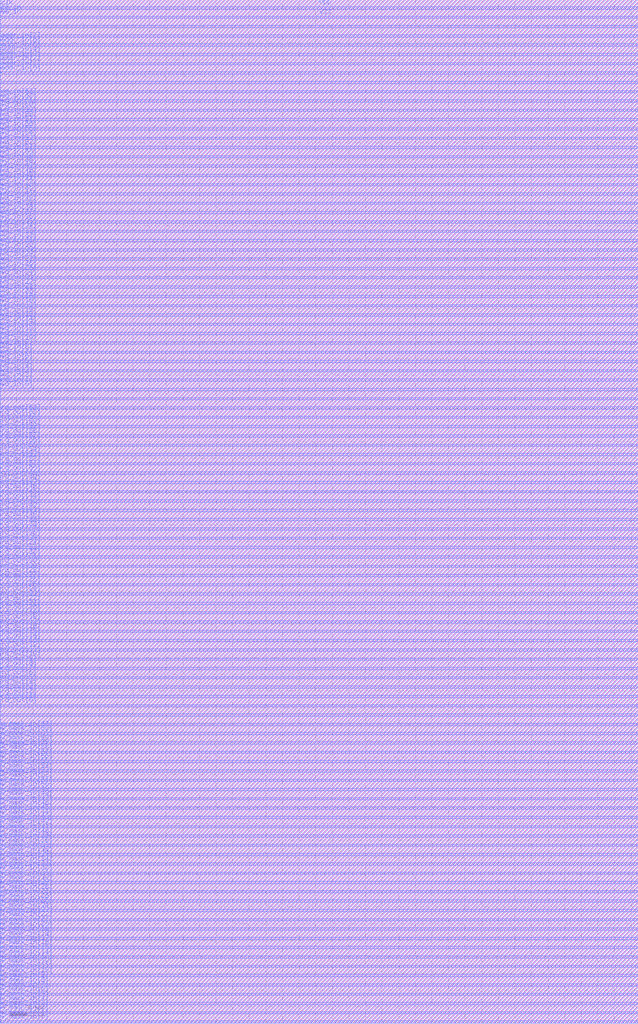
<source format=lef>
# Generated by FakeRAM 2.0
VERSION 5.7 ;
BUSBITCHARS "[]" ;
PROPERTYDEFINITIONS
  MACRO width INTEGER ;
  MACRO depth INTEGER ;
  MACRO banks INTEGER ;
END PROPERTYDEFINITIONS
MACRO fakeram45_256x64
  PROPERTY width 64 ;
  PROPERTY depth 256 ;
  PROPERTY banks 2 ;
  FOREIGN fakeram45_256x64 0 0 ;
  SYMMETRY X Y R90 ;
  SIZE 76.860 BY 123.200 ;
  CLASS BLOCK ;
  PIN w_mask_in[0]
    DIRECTION INPUT ;
    USE SIGNAL ;
    SHAPE ABUTMENT ;
    PORT
      LAYER metal3 ;
      RECT 0.000 0.140 0.070 0.210 ;
    END
  END w_mask_in[0]
  PIN w_mask_in[1]
    DIRECTION INPUT ;
    USE SIGNAL ;
    SHAPE ABUTMENT ;
    PORT
      LAYER metal3 ;
      RECT 0.000 0.700 0.070 0.770 ;
    END
  END w_mask_in[1]
  PIN w_mask_in[2]
    DIRECTION INPUT ;
    USE SIGNAL ;
    SHAPE ABUTMENT ;
    PORT
      LAYER metal3 ;
      RECT 0.000 1.260 0.070 1.330 ;
    END
  END w_mask_in[2]
  PIN w_mask_in[3]
    DIRECTION INPUT ;
    USE SIGNAL ;
    SHAPE ABUTMENT ;
    PORT
      LAYER metal3 ;
      RECT 0.000 1.820 0.070 1.890 ;
    END
  END w_mask_in[3]
  PIN w_mask_in[4]
    DIRECTION INPUT ;
    USE SIGNAL ;
    SHAPE ABUTMENT ;
    PORT
      LAYER metal3 ;
      RECT 0.000 2.380 0.070 2.450 ;
    END
  END w_mask_in[4]
  PIN w_mask_in[5]
    DIRECTION INPUT ;
    USE SIGNAL ;
    SHAPE ABUTMENT ;
    PORT
      LAYER metal3 ;
      RECT 0.000 2.940 0.070 3.010 ;
    END
  END w_mask_in[5]
  PIN w_mask_in[6]
    DIRECTION INPUT ;
    USE SIGNAL ;
    SHAPE ABUTMENT ;
    PORT
      LAYER metal3 ;
      RECT 0.000 3.500 0.070 3.570 ;
    END
  END w_mask_in[6]
  PIN w_mask_in[7]
    DIRECTION INPUT ;
    USE SIGNAL ;
    SHAPE ABUTMENT ;
    PORT
      LAYER metal3 ;
      RECT 0.000 4.060 0.070 4.130 ;
    END
  END w_mask_in[7]
  PIN w_mask_in[8]
    DIRECTION INPUT ;
    USE SIGNAL ;
    SHAPE ABUTMENT ;
    PORT
      LAYER metal3 ;
      RECT 0.000 4.620 0.070 4.690 ;
    END
  END w_mask_in[8]
  PIN w_mask_in[9]
    DIRECTION INPUT ;
    USE SIGNAL ;
    SHAPE ABUTMENT ;
    PORT
      LAYER metal3 ;
      RECT 0.000 5.180 0.070 5.250 ;
    END
  END w_mask_in[9]
  PIN w_mask_in[10]
    DIRECTION INPUT ;
    USE SIGNAL ;
    SHAPE ABUTMENT ;
    PORT
      LAYER metal3 ;
      RECT 0.000 5.740 0.070 5.810 ;
    END
  END w_mask_in[10]
  PIN w_mask_in[11]
    DIRECTION INPUT ;
    USE SIGNAL ;
    SHAPE ABUTMENT ;
    PORT
      LAYER metal3 ;
      RECT 0.000 6.300 0.070 6.370 ;
    END
  END w_mask_in[11]
  PIN w_mask_in[12]
    DIRECTION INPUT ;
    USE SIGNAL ;
    SHAPE ABUTMENT ;
    PORT
      LAYER metal3 ;
      RECT 0.000 6.860 0.070 6.930 ;
    END
  END w_mask_in[12]
  PIN w_mask_in[13]
    DIRECTION INPUT ;
    USE SIGNAL ;
    SHAPE ABUTMENT ;
    PORT
      LAYER metal3 ;
      RECT 0.000 7.420 0.070 7.490 ;
    END
  END w_mask_in[13]
  PIN w_mask_in[14]
    DIRECTION INPUT ;
    USE SIGNAL ;
    SHAPE ABUTMENT ;
    PORT
      LAYER metal3 ;
      RECT 0.000 7.980 0.070 8.050 ;
    END
  END w_mask_in[14]
  PIN w_mask_in[15]
    DIRECTION INPUT ;
    USE SIGNAL ;
    SHAPE ABUTMENT ;
    PORT
      LAYER metal3 ;
      RECT 0.000 8.540 0.070 8.610 ;
    END
  END w_mask_in[15]
  PIN w_mask_in[16]
    DIRECTION INPUT ;
    USE SIGNAL ;
    SHAPE ABUTMENT ;
    PORT
      LAYER metal3 ;
      RECT 0.000 9.100 0.070 9.170 ;
    END
  END w_mask_in[16]
  PIN w_mask_in[17]
    DIRECTION INPUT ;
    USE SIGNAL ;
    SHAPE ABUTMENT ;
    PORT
      LAYER metal3 ;
      RECT 0.000 9.660 0.070 9.730 ;
    END
  END w_mask_in[17]
  PIN w_mask_in[18]
    DIRECTION INPUT ;
    USE SIGNAL ;
    SHAPE ABUTMENT ;
    PORT
      LAYER metal3 ;
      RECT 0.000 10.220 0.070 10.290 ;
    END
  END w_mask_in[18]
  PIN w_mask_in[19]
    DIRECTION INPUT ;
    USE SIGNAL ;
    SHAPE ABUTMENT ;
    PORT
      LAYER metal3 ;
      RECT 0.000 10.780 0.070 10.850 ;
    END
  END w_mask_in[19]
  PIN w_mask_in[20]
    DIRECTION INPUT ;
    USE SIGNAL ;
    SHAPE ABUTMENT ;
    PORT
      LAYER metal3 ;
      RECT 0.000 11.340 0.070 11.410 ;
    END
  END w_mask_in[20]
  PIN w_mask_in[21]
    DIRECTION INPUT ;
    USE SIGNAL ;
    SHAPE ABUTMENT ;
    PORT
      LAYER metal3 ;
      RECT 0.000 11.900 0.070 11.970 ;
    END
  END w_mask_in[21]
  PIN w_mask_in[22]
    DIRECTION INPUT ;
    USE SIGNAL ;
    SHAPE ABUTMENT ;
    PORT
      LAYER metal3 ;
      RECT 0.000 12.460 0.070 12.530 ;
    END
  END w_mask_in[22]
  PIN w_mask_in[23]
    DIRECTION INPUT ;
    USE SIGNAL ;
    SHAPE ABUTMENT ;
    PORT
      LAYER metal3 ;
      RECT 0.000 13.020 0.070 13.090 ;
    END
  END w_mask_in[23]
  PIN w_mask_in[24]
    DIRECTION INPUT ;
    USE SIGNAL ;
    SHAPE ABUTMENT ;
    PORT
      LAYER metal3 ;
      RECT 0.000 13.580 0.070 13.650 ;
    END
  END w_mask_in[24]
  PIN w_mask_in[25]
    DIRECTION INPUT ;
    USE SIGNAL ;
    SHAPE ABUTMENT ;
    PORT
      LAYER metal3 ;
      RECT 0.000 14.140 0.070 14.210 ;
    END
  END w_mask_in[25]
  PIN w_mask_in[26]
    DIRECTION INPUT ;
    USE SIGNAL ;
    SHAPE ABUTMENT ;
    PORT
      LAYER metal3 ;
      RECT 0.000 14.700 0.070 14.770 ;
    END
  END w_mask_in[26]
  PIN w_mask_in[27]
    DIRECTION INPUT ;
    USE SIGNAL ;
    SHAPE ABUTMENT ;
    PORT
      LAYER metal3 ;
      RECT 0.000 15.260 0.070 15.330 ;
    END
  END w_mask_in[27]
  PIN w_mask_in[28]
    DIRECTION INPUT ;
    USE SIGNAL ;
    SHAPE ABUTMENT ;
    PORT
      LAYER metal3 ;
      RECT 0.000 15.820 0.070 15.890 ;
    END
  END w_mask_in[28]
  PIN w_mask_in[29]
    DIRECTION INPUT ;
    USE SIGNAL ;
    SHAPE ABUTMENT ;
    PORT
      LAYER metal3 ;
      RECT 0.000 16.380 0.070 16.450 ;
    END
  END w_mask_in[29]
  PIN w_mask_in[30]
    DIRECTION INPUT ;
    USE SIGNAL ;
    SHAPE ABUTMENT ;
    PORT
      LAYER metal3 ;
      RECT 0.000 16.940 0.070 17.010 ;
    END
  END w_mask_in[30]
  PIN w_mask_in[31]
    DIRECTION INPUT ;
    USE SIGNAL ;
    SHAPE ABUTMENT ;
    PORT
      LAYER metal3 ;
      RECT 0.000 17.500 0.070 17.570 ;
    END
  END w_mask_in[31]
  PIN w_mask_in[32]
    DIRECTION INPUT ;
    USE SIGNAL ;
    SHAPE ABUTMENT ;
    PORT
      LAYER metal3 ;
      RECT 0.000 18.060 0.070 18.130 ;
    END
  END w_mask_in[32]
  PIN w_mask_in[33]
    DIRECTION INPUT ;
    USE SIGNAL ;
    SHAPE ABUTMENT ;
    PORT
      LAYER metal3 ;
      RECT 0.000 18.620 0.070 18.690 ;
    END
  END w_mask_in[33]
  PIN w_mask_in[34]
    DIRECTION INPUT ;
    USE SIGNAL ;
    SHAPE ABUTMENT ;
    PORT
      LAYER metal3 ;
      RECT 0.000 19.180 0.070 19.250 ;
    END
  END w_mask_in[34]
  PIN w_mask_in[35]
    DIRECTION INPUT ;
    USE SIGNAL ;
    SHAPE ABUTMENT ;
    PORT
      LAYER metal3 ;
      RECT 0.000 19.740 0.070 19.810 ;
    END
  END w_mask_in[35]
  PIN w_mask_in[36]
    DIRECTION INPUT ;
    USE SIGNAL ;
    SHAPE ABUTMENT ;
    PORT
      LAYER metal3 ;
      RECT 0.000 20.300 0.070 20.370 ;
    END
  END w_mask_in[36]
  PIN w_mask_in[37]
    DIRECTION INPUT ;
    USE SIGNAL ;
    SHAPE ABUTMENT ;
    PORT
      LAYER metal3 ;
      RECT 0.000 20.860 0.070 20.930 ;
    END
  END w_mask_in[37]
  PIN w_mask_in[38]
    DIRECTION INPUT ;
    USE SIGNAL ;
    SHAPE ABUTMENT ;
    PORT
      LAYER metal3 ;
      RECT 0.000 21.420 0.070 21.490 ;
    END
  END w_mask_in[38]
  PIN w_mask_in[39]
    DIRECTION INPUT ;
    USE SIGNAL ;
    SHAPE ABUTMENT ;
    PORT
      LAYER metal3 ;
      RECT 0.000 21.980 0.070 22.050 ;
    END
  END w_mask_in[39]
  PIN w_mask_in[40]
    DIRECTION INPUT ;
    USE SIGNAL ;
    SHAPE ABUTMENT ;
    PORT
      LAYER metal3 ;
      RECT 0.000 22.540 0.070 22.610 ;
    END
  END w_mask_in[40]
  PIN w_mask_in[41]
    DIRECTION INPUT ;
    USE SIGNAL ;
    SHAPE ABUTMENT ;
    PORT
      LAYER metal3 ;
      RECT 0.000 23.100 0.070 23.170 ;
    END
  END w_mask_in[41]
  PIN w_mask_in[42]
    DIRECTION INPUT ;
    USE SIGNAL ;
    SHAPE ABUTMENT ;
    PORT
      LAYER metal3 ;
      RECT 0.000 23.660 0.070 23.730 ;
    END
  END w_mask_in[42]
  PIN w_mask_in[43]
    DIRECTION INPUT ;
    USE SIGNAL ;
    SHAPE ABUTMENT ;
    PORT
      LAYER metal3 ;
      RECT 0.000 24.220 0.070 24.290 ;
    END
  END w_mask_in[43]
  PIN w_mask_in[44]
    DIRECTION INPUT ;
    USE SIGNAL ;
    SHAPE ABUTMENT ;
    PORT
      LAYER metal3 ;
      RECT 0.000 24.780 0.070 24.850 ;
    END
  END w_mask_in[44]
  PIN w_mask_in[45]
    DIRECTION INPUT ;
    USE SIGNAL ;
    SHAPE ABUTMENT ;
    PORT
      LAYER metal3 ;
      RECT 0.000 25.340 0.070 25.410 ;
    END
  END w_mask_in[45]
  PIN w_mask_in[46]
    DIRECTION INPUT ;
    USE SIGNAL ;
    SHAPE ABUTMENT ;
    PORT
      LAYER metal3 ;
      RECT 0.000 25.900 0.070 25.970 ;
    END
  END w_mask_in[46]
  PIN w_mask_in[47]
    DIRECTION INPUT ;
    USE SIGNAL ;
    SHAPE ABUTMENT ;
    PORT
      LAYER metal3 ;
      RECT 0.000 26.460 0.070 26.530 ;
    END
  END w_mask_in[47]
  PIN w_mask_in[48]
    DIRECTION INPUT ;
    USE SIGNAL ;
    SHAPE ABUTMENT ;
    PORT
      LAYER metal3 ;
      RECT 0.000 27.020 0.070 27.090 ;
    END
  END w_mask_in[48]
  PIN w_mask_in[49]
    DIRECTION INPUT ;
    USE SIGNAL ;
    SHAPE ABUTMENT ;
    PORT
      LAYER metal3 ;
      RECT 0.000 27.580 0.070 27.650 ;
    END
  END w_mask_in[49]
  PIN w_mask_in[50]
    DIRECTION INPUT ;
    USE SIGNAL ;
    SHAPE ABUTMENT ;
    PORT
      LAYER metal3 ;
      RECT 0.000 28.140 0.070 28.210 ;
    END
  END w_mask_in[50]
  PIN w_mask_in[51]
    DIRECTION INPUT ;
    USE SIGNAL ;
    SHAPE ABUTMENT ;
    PORT
      LAYER metal3 ;
      RECT 0.000 28.700 0.070 28.770 ;
    END
  END w_mask_in[51]
  PIN w_mask_in[52]
    DIRECTION INPUT ;
    USE SIGNAL ;
    SHAPE ABUTMENT ;
    PORT
      LAYER metal3 ;
      RECT 0.000 29.260 0.070 29.330 ;
    END
  END w_mask_in[52]
  PIN w_mask_in[53]
    DIRECTION INPUT ;
    USE SIGNAL ;
    SHAPE ABUTMENT ;
    PORT
      LAYER metal3 ;
      RECT 0.000 29.820 0.070 29.890 ;
    END
  END w_mask_in[53]
  PIN w_mask_in[54]
    DIRECTION INPUT ;
    USE SIGNAL ;
    SHAPE ABUTMENT ;
    PORT
      LAYER metal3 ;
      RECT 0.000 30.380 0.070 30.450 ;
    END
  END w_mask_in[54]
  PIN w_mask_in[55]
    DIRECTION INPUT ;
    USE SIGNAL ;
    SHAPE ABUTMENT ;
    PORT
      LAYER metal3 ;
      RECT 0.000 30.940 0.070 31.010 ;
    END
  END w_mask_in[55]
  PIN w_mask_in[56]
    DIRECTION INPUT ;
    USE SIGNAL ;
    SHAPE ABUTMENT ;
    PORT
      LAYER metal3 ;
      RECT 0.000 31.500 0.070 31.570 ;
    END
  END w_mask_in[56]
  PIN w_mask_in[57]
    DIRECTION INPUT ;
    USE SIGNAL ;
    SHAPE ABUTMENT ;
    PORT
      LAYER metal3 ;
      RECT 0.000 32.060 0.070 32.130 ;
    END
  END w_mask_in[57]
  PIN w_mask_in[58]
    DIRECTION INPUT ;
    USE SIGNAL ;
    SHAPE ABUTMENT ;
    PORT
      LAYER metal3 ;
      RECT 0.000 32.620 0.070 32.690 ;
    END
  END w_mask_in[58]
  PIN w_mask_in[59]
    DIRECTION INPUT ;
    USE SIGNAL ;
    SHAPE ABUTMENT ;
    PORT
      LAYER metal3 ;
      RECT 0.000 33.180 0.070 33.250 ;
    END
  END w_mask_in[59]
  PIN w_mask_in[60]
    DIRECTION INPUT ;
    USE SIGNAL ;
    SHAPE ABUTMENT ;
    PORT
      LAYER metal3 ;
      RECT 0.000 33.740 0.070 33.810 ;
    END
  END w_mask_in[60]
  PIN w_mask_in[61]
    DIRECTION INPUT ;
    USE SIGNAL ;
    SHAPE ABUTMENT ;
    PORT
      LAYER metal3 ;
      RECT 0.000 34.300 0.070 34.370 ;
    END
  END w_mask_in[61]
  PIN w_mask_in[62]
    DIRECTION INPUT ;
    USE SIGNAL ;
    SHAPE ABUTMENT ;
    PORT
      LAYER metal3 ;
      RECT 0.000 34.860 0.070 34.930 ;
    END
  END w_mask_in[62]
  PIN w_mask_in[63]
    DIRECTION INPUT ;
    USE SIGNAL ;
    SHAPE ABUTMENT ;
    PORT
      LAYER metal3 ;
      RECT 0.000 35.420 0.070 35.490 ;
    END
  END w_mask_in[63]
  PIN rd_out[0]
    DIRECTION OUTPUT ;
    USE SIGNAL ;
    SHAPE ABUTMENT ;
    PORT
      LAYER metal3 ;
      RECT 0.000 38.220 0.070 38.290 ;
    END
  END rd_out[0]
  PIN rd_out[1]
    DIRECTION OUTPUT ;
    USE SIGNAL ;
    SHAPE ABUTMENT ;
    PORT
      LAYER metal3 ;
      RECT 0.000 38.780 0.070 38.850 ;
    END
  END rd_out[1]
  PIN rd_out[2]
    DIRECTION OUTPUT ;
    USE SIGNAL ;
    SHAPE ABUTMENT ;
    PORT
      LAYER metal3 ;
      RECT 0.000 39.340 0.070 39.410 ;
    END
  END rd_out[2]
  PIN rd_out[3]
    DIRECTION OUTPUT ;
    USE SIGNAL ;
    SHAPE ABUTMENT ;
    PORT
      LAYER metal3 ;
      RECT 0.000 39.900 0.070 39.970 ;
    END
  END rd_out[3]
  PIN rd_out[4]
    DIRECTION OUTPUT ;
    USE SIGNAL ;
    SHAPE ABUTMENT ;
    PORT
      LAYER metal3 ;
      RECT 0.000 40.460 0.070 40.530 ;
    END
  END rd_out[4]
  PIN rd_out[5]
    DIRECTION OUTPUT ;
    USE SIGNAL ;
    SHAPE ABUTMENT ;
    PORT
      LAYER metal3 ;
      RECT 0.000 41.020 0.070 41.090 ;
    END
  END rd_out[5]
  PIN rd_out[6]
    DIRECTION OUTPUT ;
    USE SIGNAL ;
    SHAPE ABUTMENT ;
    PORT
      LAYER metal3 ;
      RECT 0.000 41.580 0.070 41.650 ;
    END
  END rd_out[6]
  PIN rd_out[7]
    DIRECTION OUTPUT ;
    USE SIGNAL ;
    SHAPE ABUTMENT ;
    PORT
      LAYER metal3 ;
      RECT 0.000 42.140 0.070 42.210 ;
    END
  END rd_out[7]
  PIN rd_out[8]
    DIRECTION OUTPUT ;
    USE SIGNAL ;
    SHAPE ABUTMENT ;
    PORT
      LAYER metal3 ;
      RECT 0.000 42.700 0.070 42.770 ;
    END
  END rd_out[8]
  PIN rd_out[9]
    DIRECTION OUTPUT ;
    USE SIGNAL ;
    SHAPE ABUTMENT ;
    PORT
      LAYER metal3 ;
      RECT 0.000 43.260 0.070 43.330 ;
    END
  END rd_out[9]
  PIN rd_out[10]
    DIRECTION OUTPUT ;
    USE SIGNAL ;
    SHAPE ABUTMENT ;
    PORT
      LAYER metal3 ;
      RECT 0.000 43.820 0.070 43.890 ;
    END
  END rd_out[10]
  PIN rd_out[11]
    DIRECTION OUTPUT ;
    USE SIGNAL ;
    SHAPE ABUTMENT ;
    PORT
      LAYER metal3 ;
      RECT 0.000 44.380 0.070 44.450 ;
    END
  END rd_out[11]
  PIN rd_out[12]
    DIRECTION OUTPUT ;
    USE SIGNAL ;
    SHAPE ABUTMENT ;
    PORT
      LAYER metal3 ;
      RECT 0.000 44.940 0.070 45.010 ;
    END
  END rd_out[12]
  PIN rd_out[13]
    DIRECTION OUTPUT ;
    USE SIGNAL ;
    SHAPE ABUTMENT ;
    PORT
      LAYER metal3 ;
      RECT 0.000 45.500 0.070 45.570 ;
    END
  END rd_out[13]
  PIN rd_out[14]
    DIRECTION OUTPUT ;
    USE SIGNAL ;
    SHAPE ABUTMENT ;
    PORT
      LAYER metal3 ;
      RECT 0.000 46.060 0.070 46.130 ;
    END
  END rd_out[14]
  PIN rd_out[15]
    DIRECTION OUTPUT ;
    USE SIGNAL ;
    SHAPE ABUTMENT ;
    PORT
      LAYER metal3 ;
      RECT 0.000 46.620 0.070 46.690 ;
    END
  END rd_out[15]
  PIN rd_out[16]
    DIRECTION OUTPUT ;
    USE SIGNAL ;
    SHAPE ABUTMENT ;
    PORT
      LAYER metal3 ;
      RECT 0.000 47.180 0.070 47.250 ;
    END
  END rd_out[16]
  PIN rd_out[17]
    DIRECTION OUTPUT ;
    USE SIGNAL ;
    SHAPE ABUTMENT ;
    PORT
      LAYER metal3 ;
      RECT 0.000 47.740 0.070 47.810 ;
    END
  END rd_out[17]
  PIN rd_out[18]
    DIRECTION OUTPUT ;
    USE SIGNAL ;
    SHAPE ABUTMENT ;
    PORT
      LAYER metal3 ;
      RECT 0.000 48.300 0.070 48.370 ;
    END
  END rd_out[18]
  PIN rd_out[19]
    DIRECTION OUTPUT ;
    USE SIGNAL ;
    SHAPE ABUTMENT ;
    PORT
      LAYER metal3 ;
      RECT 0.000 48.860 0.070 48.930 ;
    END
  END rd_out[19]
  PIN rd_out[20]
    DIRECTION OUTPUT ;
    USE SIGNAL ;
    SHAPE ABUTMENT ;
    PORT
      LAYER metal3 ;
      RECT 0.000 49.420 0.070 49.490 ;
    END
  END rd_out[20]
  PIN rd_out[21]
    DIRECTION OUTPUT ;
    USE SIGNAL ;
    SHAPE ABUTMENT ;
    PORT
      LAYER metal3 ;
      RECT 0.000 49.980 0.070 50.050 ;
    END
  END rd_out[21]
  PIN rd_out[22]
    DIRECTION OUTPUT ;
    USE SIGNAL ;
    SHAPE ABUTMENT ;
    PORT
      LAYER metal3 ;
      RECT 0.000 50.540 0.070 50.610 ;
    END
  END rd_out[22]
  PIN rd_out[23]
    DIRECTION OUTPUT ;
    USE SIGNAL ;
    SHAPE ABUTMENT ;
    PORT
      LAYER metal3 ;
      RECT 0.000 51.100 0.070 51.170 ;
    END
  END rd_out[23]
  PIN rd_out[24]
    DIRECTION OUTPUT ;
    USE SIGNAL ;
    SHAPE ABUTMENT ;
    PORT
      LAYER metal3 ;
      RECT 0.000 51.660 0.070 51.730 ;
    END
  END rd_out[24]
  PIN rd_out[25]
    DIRECTION OUTPUT ;
    USE SIGNAL ;
    SHAPE ABUTMENT ;
    PORT
      LAYER metal3 ;
      RECT 0.000 52.220 0.070 52.290 ;
    END
  END rd_out[25]
  PIN rd_out[26]
    DIRECTION OUTPUT ;
    USE SIGNAL ;
    SHAPE ABUTMENT ;
    PORT
      LAYER metal3 ;
      RECT 0.000 52.780 0.070 52.850 ;
    END
  END rd_out[26]
  PIN rd_out[27]
    DIRECTION OUTPUT ;
    USE SIGNAL ;
    SHAPE ABUTMENT ;
    PORT
      LAYER metal3 ;
      RECT 0.000 53.340 0.070 53.410 ;
    END
  END rd_out[27]
  PIN rd_out[28]
    DIRECTION OUTPUT ;
    USE SIGNAL ;
    SHAPE ABUTMENT ;
    PORT
      LAYER metal3 ;
      RECT 0.000 53.900 0.070 53.970 ;
    END
  END rd_out[28]
  PIN rd_out[29]
    DIRECTION OUTPUT ;
    USE SIGNAL ;
    SHAPE ABUTMENT ;
    PORT
      LAYER metal3 ;
      RECT 0.000 54.460 0.070 54.530 ;
    END
  END rd_out[29]
  PIN rd_out[30]
    DIRECTION OUTPUT ;
    USE SIGNAL ;
    SHAPE ABUTMENT ;
    PORT
      LAYER metal3 ;
      RECT 0.000 55.020 0.070 55.090 ;
    END
  END rd_out[30]
  PIN rd_out[31]
    DIRECTION OUTPUT ;
    USE SIGNAL ;
    SHAPE ABUTMENT ;
    PORT
      LAYER metal3 ;
      RECT 0.000 55.580 0.070 55.650 ;
    END
  END rd_out[31]
  PIN rd_out[32]
    DIRECTION OUTPUT ;
    USE SIGNAL ;
    SHAPE ABUTMENT ;
    PORT
      LAYER metal3 ;
      RECT 0.000 56.140 0.070 56.210 ;
    END
  END rd_out[32]
  PIN rd_out[33]
    DIRECTION OUTPUT ;
    USE SIGNAL ;
    SHAPE ABUTMENT ;
    PORT
      LAYER metal3 ;
      RECT 0.000 56.700 0.070 56.770 ;
    END
  END rd_out[33]
  PIN rd_out[34]
    DIRECTION OUTPUT ;
    USE SIGNAL ;
    SHAPE ABUTMENT ;
    PORT
      LAYER metal3 ;
      RECT 0.000 57.260 0.070 57.330 ;
    END
  END rd_out[34]
  PIN rd_out[35]
    DIRECTION OUTPUT ;
    USE SIGNAL ;
    SHAPE ABUTMENT ;
    PORT
      LAYER metal3 ;
      RECT 0.000 57.820 0.070 57.890 ;
    END
  END rd_out[35]
  PIN rd_out[36]
    DIRECTION OUTPUT ;
    USE SIGNAL ;
    SHAPE ABUTMENT ;
    PORT
      LAYER metal3 ;
      RECT 0.000 58.380 0.070 58.450 ;
    END
  END rd_out[36]
  PIN rd_out[37]
    DIRECTION OUTPUT ;
    USE SIGNAL ;
    SHAPE ABUTMENT ;
    PORT
      LAYER metal3 ;
      RECT 0.000 58.940 0.070 59.010 ;
    END
  END rd_out[37]
  PIN rd_out[38]
    DIRECTION OUTPUT ;
    USE SIGNAL ;
    SHAPE ABUTMENT ;
    PORT
      LAYER metal3 ;
      RECT 0.000 59.500 0.070 59.570 ;
    END
  END rd_out[38]
  PIN rd_out[39]
    DIRECTION OUTPUT ;
    USE SIGNAL ;
    SHAPE ABUTMENT ;
    PORT
      LAYER metal3 ;
      RECT 0.000 60.060 0.070 60.130 ;
    END
  END rd_out[39]
  PIN rd_out[40]
    DIRECTION OUTPUT ;
    USE SIGNAL ;
    SHAPE ABUTMENT ;
    PORT
      LAYER metal3 ;
      RECT 0.000 60.620 0.070 60.690 ;
    END
  END rd_out[40]
  PIN rd_out[41]
    DIRECTION OUTPUT ;
    USE SIGNAL ;
    SHAPE ABUTMENT ;
    PORT
      LAYER metal3 ;
      RECT 0.000 61.180 0.070 61.250 ;
    END
  END rd_out[41]
  PIN rd_out[42]
    DIRECTION OUTPUT ;
    USE SIGNAL ;
    SHAPE ABUTMENT ;
    PORT
      LAYER metal3 ;
      RECT 0.000 61.740 0.070 61.810 ;
    END
  END rd_out[42]
  PIN rd_out[43]
    DIRECTION OUTPUT ;
    USE SIGNAL ;
    SHAPE ABUTMENT ;
    PORT
      LAYER metal3 ;
      RECT 0.000 62.300 0.070 62.370 ;
    END
  END rd_out[43]
  PIN rd_out[44]
    DIRECTION OUTPUT ;
    USE SIGNAL ;
    SHAPE ABUTMENT ;
    PORT
      LAYER metal3 ;
      RECT 0.000 62.860 0.070 62.930 ;
    END
  END rd_out[44]
  PIN rd_out[45]
    DIRECTION OUTPUT ;
    USE SIGNAL ;
    SHAPE ABUTMENT ;
    PORT
      LAYER metal3 ;
      RECT 0.000 63.420 0.070 63.490 ;
    END
  END rd_out[45]
  PIN rd_out[46]
    DIRECTION OUTPUT ;
    USE SIGNAL ;
    SHAPE ABUTMENT ;
    PORT
      LAYER metal3 ;
      RECT 0.000 63.980 0.070 64.050 ;
    END
  END rd_out[46]
  PIN rd_out[47]
    DIRECTION OUTPUT ;
    USE SIGNAL ;
    SHAPE ABUTMENT ;
    PORT
      LAYER metal3 ;
      RECT 0.000 64.540 0.070 64.610 ;
    END
  END rd_out[47]
  PIN rd_out[48]
    DIRECTION OUTPUT ;
    USE SIGNAL ;
    SHAPE ABUTMENT ;
    PORT
      LAYER metal3 ;
      RECT 0.000 65.100 0.070 65.170 ;
    END
  END rd_out[48]
  PIN rd_out[49]
    DIRECTION OUTPUT ;
    USE SIGNAL ;
    SHAPE ABUTMENT ;
    PORT
      LAYER metal3 ;
      RECT 0.000 65.660 0.070 65.730 ;
    END
  END rd_out[49]
  PIN rd_out[50]
    DIRECTION OUTPUT ;
    USE SIGNAL ;
    SHAPE ABUTMENT ;
    PORT
      LAYER metal3 ;
      RECT 0.000 66.220 0.070 66.290 ;
    END
  END rd_out[50]
  PIN rd_out[51]
    DIRECTION OUTPUT ;
    USE SIGNAL ;
    SHAPE ABUTMENT ;
    PORT
      LAYER metal3 ;
      RECT 0.000 66.780 0.070 66.850 ;
    END
  END rd_out[51]
  PIN rd_out[52]
    DIRECTION OUTPUT ;
    USE SIGNAL ;
    SHAPE ABUTMENT ;
    PORT
      LAYER metal3 ;
      RECT 0.000 67.340 0.070 67.410 ;
    END
  END rd_out[52]
  PIN rd_out[53]
    DIRECTION OUTPUT ;
    USE SIGNAL ;
    SHAPE ABUTMENT ;
    PORT
      LAYER metal3 ;
      RECT 0.000 67.900 0.070 67.970 ;
    END
  END rd_out[53]
  PIN rd_out[54]
    DIRECTION OUTPUT ;
    USE SIGNAL ;
    SHAPE ABUTMENT ;
    PORT
      LAYER metal3 ;
      RECT 0.000 68.460 0.070 68.530 ;
    END
  END rd_out[54]
  PIN rd_out[55]
    DIRECTION OUTPUT ;
    USE SIGNAL ;
    SHAPE ABUTMENT ;
    PORT
      LAYER metal3 ;
      RECT 0.000 69.020 0.070 69.090 ;
    END
  END rd_out[55]
  PIN rd_out[56]
    DIRECTION OUTPUT ;
    USE SIGNAL ;
    SHAPE ABUTMENT ;
    PORT
      LAYER metal3 ;
      RECT 0.000 69.580 0.070 69.650 ;
    END
  END rd_out[56]
  PIN rd_out[57]
    DIRECTION OUTPUT ;
    USE SIGNAL ;
    SHAPE ABUTMENT ;
    PORT
      LAYER metal3 ;
      RECT 0.000 70.140 0.070 70.210 ;
    END
  END rd_out[57]
  PIN rd_out[58]
    DIRECTION OUTPUT ;
    USE SIGNAL ;
    SHAPE ABUTMENT ;
    PORT
      LAYER metal3 ;
      RECT 0.000 70.700 0.070 70.770 ;
    END
  END rd_out[58]
  PIN rd_out[59]
    DIRECTION OUTPUT ;
    USE SIGNAL ;
    SHAPE ABUTMENT ;
    PORT
      LAYER metal3 ;
      RECT 0.000 71.260 0.070 71.330 ;
    END
  END rd_out[59]
  PIN rd_out[60]
    DIRECTION OUTPUT ;
    USE SIGNAL ;
    SHAPE ABUTMENT ;
    PORT
      LAYER metal3 ;
      RECT 0.000 71.820 0.070 71.890 ;
    END
  END rd_out[60]
  PIN rd_out[61]
    DIRECTION OUTPUT ;
    USE SIGNAL ;
    SHAPE ABUTMENT ;
    PORT
      LAYER metal3 ;
      RECT 0.000 72.380 0.070 72.450 ;
    END
  END rd_out[61]
  PIN rd_out[62]
    DIRECTION OUTPUT ;
    USE SIGNAL ;
    SHAPE ABUTMENT ;
    PORT
      LAYER metal3 ;
      RECT 0.000 72.940 0.070 73.010 ;
    END
  END rd_out[62]
  PIN rd_out[63]
    DIRECTION OUTPUT ;
    USE SIGNAL ;
    SHAPE ABUTMENT ;
    PORT
      LAYER metal3 ;
      RECT 0.000 73.500 0.070 73.570 ;
    END
  END rd_out[63]
  PIN wd_in[0]
    DIRECTION INPUT ;
    USE SIGNAL ;
    SHAPE ABUTMENT ;
    PORT
      LAYER metal3 ;
      RECT 0.000 76.300 0.070 76.370 ;
    END
  END wd_in[0]
  PIN wd_in[1]
    DIRECTION INPUT ;
    USE SIGNAL ;
    SHAPE ABUTMENT ;
    PORT
      LAYER metal3 ;
      RECT 0.000 76.860 0.070 76.930 ;
    END
  END wd_in[1]
  PIN wd_in[2]
    DIRECTION INPUT ;
    USE SIGNAL ;
    SHAPE ABUTMENT ;
    PORT
      LAYER metal3 ;
      RECT 0.000 77.420 0.070 77.490 ;
    END
  END wd_in[2]
  PIN wd_in[3]
    DIRECTION INPUT ;
    USE SIGNAL ;
    SHAPE ABUTMENT ;
    PORT
      LAYER metal3 ;
      RECT 0.000 77.980 0.070 78.050 ;
    END
  END wd_in[3]
  PIN wd_in[4]
    DIRECTION INPUT ;
    USE SIGNAL ;
    SHAPE ABUTMENT ;
    PORT
      LAYER metal3 ;
      RECT 0.000 78.540 0.070 78.610 ;
    END
  END wd_in[4]
  PIN wd_in[5]
    DIRECTION INPUT ;
    USE SIGNAL ;
    SHAPE ABUTMENT ;
    PORT
      LAYER metal3 ;
      RECT 0.000 79.100 0.070 79.170 ;
    END
  END wd_in[5]
  PIN wd_in[6]
    DIRECTION INPUT ;
    USE SIGNAL ;
    SHAPE ABUTMENT ;
    PORT
      LAYER metal3 ;
      RECT 0.000 79.660 0.070 79.730 ;
    END
  END wd_in[6]
  PIN wd_in[7]
    DIRECTION INPUT ;
    USE SIGNAL ;
    SHAPE ABUTMENT ;
    PORT
      LAYER metal3 ;
      RECT 0.000 80.220 0.070 80.290 ;
    END
  END wd_in[7]
  PIN wd_in[8]
    DIRECTION INPUT ;
    USE SIGNAL ;
    SHAPE ABUTMENT ;
    PORT
      LAYER metal3 ;
      RECT 0.000 80.780 0.070 80.850 ;
    END
  END wd_in[8]
  PIN wd_in[9]
    DIRECTION INPUT ;
    USE SIGNAL ;
    SHAPE ABUTMENT ;
    PORT
      LAYER metal3 ;
      RECT 0.000 81.340 0.070 81.410 ;
    END
  END wd_in[9]
  PIN wd_in[10]
    DIRECTION INPUT ;
    USE SIGNAL ;
    SHAPE ABUTMENT ;
    PORT
      LAYER metal3 ;
      RECT 0.000 81.900 0.070 81.970 ;
    END
  END wd_in[10]
  PIN wd_in[11]
    DIRECTION INPUT ;
    USE SIGNAL ;
    SHAPE ABUTMENT ;
    PORT
      LAYER metal3 ;
      RECT 0.000 82.460 0.070 82.530 ;
    END
  END wd_in[11]
  PIN wd_in[12]
    DIRECTION INPUT ;
    USE SIGNAL ;
    SHAPE ABUTMENT ;
    PORT
      LAYER metal3 ;
      RECT 0.000 83.020 0.070 83.090 ;
    END
  END wd_in[12]
  PIN wd_in[13]
    DIRECTION INPUT ;
    USE SIGNAL ;
    SHAPE ABUTMENT ;
    PORT
      LAYER metal3 ;
      RECT 0.000 83.580 0.070 83.650 ;
    END
  END wd_in[13]
  PIN wd_in[14]
    DIRECTION INPUT ;
    USE SIGNAL ;
    SHAPE ABUTMENT ;
    PORT
      LAYER metal3 ;
      RECT 0.000 84.140 0.070 84.210 ;
    END
  END wd_in[14]
  PIN wd_in[15]
    DIRECTION INPUT ;
    USE SIGNAL ;
    SHAPE ABUTMENT ;
    PORT
      LAYER metal3 ;
      RECT 0.000 84.700 0.070 84.770 ;
    END
  END wd_in[15]
  PIN wd_in[16]
    DIRECTION INPUT ;
    USE SIGNAL ;
    SHAPE ABUTMENT ;
    PORT
      LAYER metal3 ;
      RECT 0.000 85.260 0.070 85.330 ;
    END
  END wd_in[16]
  PIN wd_in[17]
    DIRECTION INPUT ;
    USE SIGNAL ;
    SHAPE ABUTMENT ;
    PORT
      LAYER metal3 ;
      RECT 0.000 85.820 0.070 85.890 ;
    END
  END wd_in[17]
  PIN wd_in[18]
    DIRECTION INPUT ;
    USE SIGNAL ;
    SHAPE ABUTMENT ;
    PORT
      LAYER metal3 ;
      RECT 0.000 86.380 0.070 86.450 ;
    END
  END wd_in[18]
  PIN wd_in[19]
    DIRECTION INPUT ;
    USE SIGNAL ;
    SHAPE ABUTMENT ;
    PORT
      LAYER metal3 ;
      RECT 0.000 86.940 0.070 87.010 ;
    END
  END wd_in[19]
  PIN wd_in[20]
    DIRECTION INPUT ;
    USE SIGNAL ;
    SHAPE ABUTMENT ;
    PORT
      LAYER metal3 ;
      RECT 0.000 87.500 0.070 87.570 ;
    END
  END wd_in[20]
  PIN wd_in[21]
    DIRECTION INPUT ;
    USE SIGNAL ;
    SHAPE ABUTMENT ;
    PORT
      LAYER metal3 ;
      RECT 0.000 88.060 0.070 88.130 ;
    END
  END wd_in[21]
  PIN wd_in[22]
    DIRECTION INPUT ;
    USE SIGNAL ;
    SHAPE ABUTMENT ;
    PORT
      LAYER metal3 ;
      RECT 0.000 88.620 0.070 88.690 ;
    END
  END wd_in[22]
  PIN wd_in[23]
    DIRECTION INPUT ;
    USE SIGNAL ;
    SHAPE ABUTMENT ;
    PORT
      LAYER metal3 ;
      RECT 0.000 89.180 0.070 89.250 ;
    END
  END wd_in[23]
  PIN wd_in[24]
    DIRECTION INPUT ;
    USE SIGNAL ;
    SHAPE ABUTMENT ;
    PORT
      LAYER metal3 ;
      RECT 0.000 89.740 0.070 89.810 ;
    END
  END wd_in[24]
  PIN wd_in[25]
    DIRECTION INPUT ;
    USE SIGNAL ;
    SHAPE ABUTMENT ;
    PORT
      LAYER metal3 ;
      RECT 0.000 90.300 0.070 90.370 ;
    END
  END wd_in[25]
  PIN wd_in[26]
    DIRECTION INPUT ;
    USE SIGNAL ;
    SHAPE ABUTMENT ;
    PORT
      LAYER metal3 ;
      RECT 0.000 90.860 0.070 90.930 ;
    END
  END wd_in[26]
  PIN wd_in[27]
    DIRECTION INPUT ;
    USE SIGNAL ;
    SHAPE ABUTMENT ;
    PORT
      LAYER metal3 ;
      RECT 0.000 91.420 0.070 91.490 ;
    END
  END wd_in[27]
  PIN wd_in[28]
    DIRECTION INPUT ;
    USE SIGNAL ;
    SHAPE ABUTMENT ;
    PORT
      LAYER metal3 ;
      RECT 0.000 91.980 0.070 92.050 ;
    END
  END wd_in[28]
  PIN wd_in[29]
    DIRECTION INPUT ;
    USE SIGNAL ;
    SHAPE ABUTMENT ;
    PORT
      LAYER metal3 ;
      RECT 0.000 92.540 0.070 92.610 ;
    END
  END wd_in[29]
  PIN wd_in[30]
    DIRECTION INPUT ;
    USE SIGNAL ;
    SHAPE ABUTMENT ;
    PORT
      LAYER metal3 ;
      RECT 0.000 93.100 0.070 93.170 ;
    END
  END wd_in[30]
  PIN wd_in[31]
    DIRECTION INPUT ;
    USE SIGNAL ;
    SHAPE ABUTMENT ;
    PORT
      LAYER metal3 ;
      RECT 0.000 93.660 0.070 93.730 ;
    END
  END wd_in[31]
  PIN wd_in[32]
    DIRECTION INPUT ;
    USE SIGNAL ;
    SHAPE ABUTMENT ;
    PORT
      LAYER metal3 ;
      RECT 0.000 94.220 0.070 94.290 ;
    END
  END wd_in[32]
  PIN wd_in[33]
    DIRECTION INPUT ;
    USE SIGNAL ;
    SHAPE ABUTMENT ;
    PORT
      LAYER metal3 ;
      RECT 0.000 94.780 0.070 94.850 ;
    END
  END wd_in[33]
  PIN wd_in[34]
    DIRECTION INPUT ;
    USE SIGNAL ;
    SHAPE ABUTMENT ;
    PORT
      LAYER metal3 ;
      RECT 0.000 95.340 0.070 95.410 ;
    END
  END wd_in[34]
  PIN wd_in[35]
    DIRECTION INPUT ;
    USE SIGNAL ;
    SHAPE ABUTMENT ;
    PORT
      LAYER metal3 ;
      RECT 0.000 95.900 0.070 95.970 ;
    END
  END wd_in[35]
  PIN wd_in[36]
    DIRECTION INPUT ;
    USE SIGNAL ;
    SHAPE ABUTMENT ;
    PORT
      LAYER metal3 ;
      RECT 0.000 96.460 0.070 96.530 ;
    END
  END wd_in[36]
  PIN wd_in[37]
    DIRECTION INPUT ;
    USE SIGNAL ;
    SHAPE ABUTMENT ;
    PORT
      LAYER metal3 ;
      RECT 0.000 97.020 0.070 97.090 ;
    END
  END wd_in[37]
  PIN wd_in[38]
    DIRECTION INPUT ;
    USE SIGNAL ;
    SHAPE ABUTMENT ;
    PORT
      LAYER metal3 ;
      RECT 0.000 97.580 0.070 97.650 ;
    END
  END wd_in[38]
  PIN wd_in[39]
    DIRECTION INPUT ;
    USE SIGNAL ;
    SHAPE ABUTMENT ;
    PORT
      LAYER metal3 ;
      RECT 0.000 98.140 0.070 98.210 ;
    END
  END wd_in[39]
  PIN wd_in[40]
    DIRECTION INPUT ;
    USE SIGNAL ;
    SHAPE ABUTMENT ;
    PORT
      LAYER metal3 ;
      RECT 0.000 98.700 0.070 98.770 ;
    END
  END wd_in[40]
  PIN wd_in[41]
    DIRECTION INPUT ;
    USE SIGNAL ;
    SHAPE ABUTMENT ;
    PORT
      LAYER metal3 ;
      RECT 0.000 99.260 0.070 99.330 ;
    END
  END wd_in[41]
  PIN wd_in[42]
    DIRECTION INPUT ;
    USE SIGNAL ;
    SHAPE ABUTMENT ;
    PORT
      LAYER metal3 ;
      RECT 0.000 99.820 0.070 99.890 ;
    END
  END wd_in[42]
  PIN wd_in[43]
    DIRECTION INPUT ;
    USE SIGNAL ;
    SHAPE ABUTMENT ;
    PORT
      LAYER metal3 ;
      RECT 0.000 100.380 0.070 100.450 ;
    END
  END wd_in[43]
  PIN wd_in[44]
    DIRECTION INPUT ;
    USE SIGNAL ;
    SHAPE ABUTMENT ;
    PORT
      LAYER metal3 ;
      RECT 0.000 100.940 0.070 101.010 ;
    END
  END wd_in[44]
  PIN wd_in[45]
    DIRECTION INPUT ;
    USE SIGNAL ;
    SHAPE ABUTMENT ;
    PORT
      LAYER metal3 ;
      RECT 0.000 101.500 0.070 101.570 ;
    END
  END wd_in[45]
  PIN wd_in[46]
    DIRECTION INPUT ;
    USE SIGNAL ;
    SHAPE ABUTMENT ;
    PORT
      LAYER metal3 ;
      RECT 0.000 102.060 0.070 102.130 ;
    END
  END wd_in[46]
  PIN wd_in[47]
    DIRECTION INPUT ;
    USE SIGNAL ;
    SHAPE ABUTMENT ;
    PORT
      LAYER metal3 ;
      RECT 0.000 102.620 0.070 102.690 ;
    END
  END wd_in[47]
  PIN wd_in[48]
    DIRECTION INPUT ;
    USE SIGNAL ;
    SHAPE ABUTMENT ;
    PORT
      LAYER metal3 ;
      RECT 0.000 103.180 0.070 103.250 ;
    END
  END wd_in[48]
  PIN wd_in[49]
    DIRECTION INPUT ;
    USE SIGNAL ;
    SHAPE ABUTMENT ;
    PORT
      LAYER metal3 ;
      RECT 0.000 103.740 0.070 103.810 ;
    END
  END wd_in[49]
  PIN wd_in[50]
    DIRECTION INPUT ;
    USE SIGNAL ;
    SHAPE ABUTMENT ;
    PORT
      LAYER metal3 ;
      RECT 0.000 104.300 0.070 104.370 ;
    END
  END wd_in[50]
  PIN wd_in[51]
    DIRECTION INPUT ;
    USE SIGNAL ;
    SHAPE ABUTMENT ;
    PORT
      LAYER metal3 ;
      RECT 0.000 104.860 0.070 104.930 ;
    END
  END wd_in[51]
  PIN wd_in[52]
    DIRECTION INPUT ;
    USE SIGNAL ;
    SHAPE ABUTMENT ;
    PORT
      LAYER metal3 ;
      RECT 0.000 105.420 0.070 105.490 ;
    END
  END wd_in[52]
  PIN wd_in[53]
    DIRECTION INPUT ;
    USE SIGNAL ;
    SHAPE ABUTMENT ;
    PORT
      LAYER metal3 ;
      RECT 0.000 105.980 0.070 106.050 ;
    END
  END wd_in[53]
  PIN wd_in[54]
    DIRECTION INPUT ;
    USE SIGNAL ;
    SHAPE ABUTMENT ;
    PORT
      LAYER metal3 ;
      RECT 0.000 106.540 0.070 106.610 ;
    END
  END wd_in[54]
  PIN wd_in[55]
    DIRECTION INPUT ;
    USE SIGNAL ;
    SHAPE ABUTMENT ;
    PORT
      LAYER metal3 ;
      RECT 0.000 107.100 0.070 107.170 ;
    END
  END wd_in[55]
  PIN wd_in[56]
    DIRECTION INPUT ;
    USE SIGNAL ;
    SHAPE ABUTMENT ;
    PORT
      LAYER metal3 ;
      RECT 0.000 107.660 0.070 107.730 ;
    END
  END wd_in[56]
  PIN wd_in[57]
    DIRECTION INPUT ;
    USE SIGNAL ;
    SHAPE ABUTMENT ;
    PORT
      LAYER metal3 ;
      RECT 0.000 108.220 0.070 108.290 ;
    END
  END wd_in[57]
  PIN wd_in[58]
    DIRECTION INPUT ;
    USE SIGNAL ;
    SHAPE ABUTMENT ;
    PORT
      LAYER metal3 ;
      RECT 0.000 108.780 0.070 108.850 ;
    END
  END wd_in[58]
  PIN wd_in[59]
    DIRECTION INPUT ;
    USE SIGNAL ;
    SHAPE ABUTMENT ;
    PORT
      LAYER metal3 ;
      RECT 0.000 109.340 0.070 109.410 ;
    END
  END wd_in[59]
  PIN wd_in[60]
    DIRECTION INPUT ;
    USE SIGNAL ;
    SHAPE ABUTMENT ;
    PORT
      LAYER metal3 ;
      RECT 0.000 109.900 0.070 109.970 ;
    END
  END wd_in[60]
  PIN wd_in[61]
    DIRECTION INPUT ;
    USE SIGNAL ;
    SHAPE ABUTMENT ;
    PORT
      LAYER metal3 ;
      RECT 0.000 110.460 0.070 110.530 ;
    END
  END wd_in[61]
  PIN wd_in[62]
    DIRECTION INPUT ;
    USE SIGNAL ;
    SHAPE ABUTMENT ;
    PORT
      LAYER metal3 ;
      RECT 0.000 111.020 0.070 111.090 ;
    END
  END wd_in[62]
  PIN wd_in[63]
    DIRECTION INPUT ;
    USE SIGNAL ;
    SHAPE ABUTMENT ;
    PORT
      LAYER metal3 ;
      RECT 0.000 111.580 0.070 111.650 ;
    END
  END wd_in[63]
  PIN addr_in[0]
    DIRECTION INPUT ;
    USE SIGNAL ;
    SHAPE ABUTMENT ;
    PORT
      LAYER metal3 ;
      RECT 0.000 114.380 0.070 114.450 ;
    END
  END addr_in[0]
  PIN addr_in[1]
    DIRECTION INPUT ;
    USE SIGNAL ;
    SHAPE ABUTMENT ;
    PORT
      LAYER metal3 ;
      RECT 0.000 114.940 0.070 115.010 ;
    END
  END addr_in[1]
  PIN addr_in[2]
    DIRECTION INPUT ;
    USE SIGNAL ;
    SHAPE ABUTMENT ;
    PORT
      LAYER metal3 ;
      RECT 0.000 115.500 0.070 115.570 ;
    END
  END addr_in[2]
  PIN addr_in[3]
    DIRECTION INPUT ;
    USE SIGNAL ;
    SHAPE ABUTMENT ;
    PORT
      LAYER metal3 ;
      RECT 0.000 116.060 0.070 116.130 ;
    END
  END addr_in[3]
  PIN addr_in[4]
    DIRECTION INPUT ;
    USE SIGNAL ;
    SHAPE ABUTMENT ;
    PORT
      LAYER metal3 ;
      RECT 0.000 116.620 0.070 116.690 ;
    END
  END addr_in[4]
  PIN addr_in[5]
    DIRECTION INPUT ;
    USE SIGNAL ;
    SHAPE ABUTMENT ;
    PORT
      LAYER metal3 ;
      RECT 0.000 117.180 0.070 117.250 ;
    END
  END addr_in[5]
  PIN addr_in[6]
    DIRECTION INPUT ;
    USE SIGNAL ;
    SHAPE ABUTMENT ;
    PORT
      LAYER metal3 ;
      RECT 0.000 117.740 0.070 117.810 ;
    END
  END addr_in[6]
  PIN addr_in[7]
    DIRECTION INPUT ;
    USE SIGNAL ;
    SHAPE ABUTMENT ;
    PORT
      LAYER metal3 ;
      RECT 0.000 118.300 0.070 118.370 ;
    END
  END addr_in[7]
  PIN we_in
    DIRECTION INPUT ;
    USE SIGNAL ;
    SHAPE ABUTMENT ;
    PORT
      LAYER metal3 ;
      RECT 0.000 121.100 0.070 121.170 ;
    END
  END we_in
  PIN ce_in
    DIRECTION INPUT ;
    USE SIGNAL ;
    SHAPE ABUTMENT ;
    PORT
      LAYER metal3 ;
      RECT 0.000 121.660 0.070 121.730 ;
    END
  END ce_in
  PIN clk
    DIRECTION INPUT ;
    USE SIGNAL ;
    SHAPE ABUTMENT ;
    PORT
      LAYER metal3 ;
      RECT 0.000 122.220 0.070 122.290 ;
    END
  END clk
  PIN VSS
    DIRECTION INOUT ;
    USE GROUND ;
    PORT
      LAYER metal3 ;
      RECT 0.140 0.000 76.720 0.280 ;
      RECT 0.140 2.240 76.720 2.520 ;
      RECT 0.140 4.480 76.720 4.760 ;
      RECT 0.140 6.720 76.720 7.000 ;
      RECT 0.140 8.960 76.720 9.240 ;
      RECT 0.140 11.200 76.720 11.480 ;
      RECT 0.140 13.440 76.720 13.720 ;
      RECT 0.140 15.680 76.720 15.960 ;
      RECT 0.140 17.920 76.720 18.200 ;
      RECT 0.140 20.160 76.720 20.440 ;
      RECT 0.140 22.400 76.720 22.680 ;
      RECT 0.140 24.640 76.720 24.920 ;
      RECT 0.140 26.880 76.720 27.160 ;
      RECT 0.140 29.120 76.720 29.400 ;
      RECT 0.140 31.360 76.720 31.640 ;
      RECT 0.140 33.600 76.720 33.880 ;
      RECT 0.140 35.840 76.720 36.120 ;
      RECT 0.140 38.080 76.720 38.360 ;
      RECT 0.140 40.320 76.720 40.600 ;
      RECT 0.140 42.560 76.720 42.840 ;
      RECT 0.140 44.800 76.720 45.080 ;
      RECT 0.140 47.040 76.720 47.320 ;
      RECT 0.140 49.280 76.720 49.560 ;
      RECT 0.140 51.520 76.720 51.800 ;
      RECT 0.140 53.760 76.720 54.040 ;
      RECT 0.140 56.000 76.720 56.280 ;
      RECT 0.140 58.240 76.720 58.520 ;
      RECT 0.140 60.480 76.720 60.760 ;
      RECT 0.140 62.720 76.720 63.000 ;
      RECT 0.140 64.960 76.720 65.240 ;
      RECT 0.140 67.200 76.720 67.480 ;
      RECT 0.140 69.440 76.720 69.720 ;
      RECT 0.140 71.680 76.720 71.960 ;
      RECT 0.140 73.920 76.720 74.200 ;
      RECT 0.140 76.160 76.720 76.440 ;
      RECT 0.140 78.400 76.720 78.680 ;
      RECT 0.140 80.640 76.720 80.920 ;
      RECT 0.140 82.880 76.720 83.160 ;
      RECT 0.140 85.120 76.720 85.400 ;
      RECT 0.140 87.360 76.720 87.640 ;
      RECT 0.140 89.600 76.720 89.880 ;
      RECT 0.140 91.840 76.720 92.120 ;
      RECT 0.140 94.080 76.720 94.360 ;
      RECT 0.140 96.320 76.720 96.600 ;
      RECT 0.140 98.560 76.720 98.840 ;
      RECT 0.140 100.800 76.720 101.080 ;
      RECT 0.140 103.040 76.720 103.320 ;
      RECT 0.140 105.280 76.720 105.560 ;
      RECT 0.140 107.520 76.720 107.800 ;
      RECT 0.140 109.760 76.720 110.040 ;
      RECT 0.140 112.000 76.720 112.280 ;
      RECT 0.140 114.240 76.720 114.520 ;
      RECT 0.140 116.480 76.720 116.760 ;
      RECT 0.140 118.720 76.720 119.000 ;
      RECT 0.140 120.960 76.720 121.240 ;
    END
  END VSS
  PIN VDD
    DIRECTION INOUT ;
    USE POWER ;
    PORT
      LAYER metal3 ;
      RECT 0.140 1.120 76.720 1.400 ;
      RECT 0.140 3.360 76.720 3.640 ;
      RECT 0.140 5.600 76.720 5.880 ;
      RECT 0.140 7.840 76.720 8.120 ;
      RECT 0.140 10.080 76.720 10.360 ;
      RECT 0.140 12.320 76.720 12.600 ;
      RECT 0.140 14.560 76.720 14.840 ;
      RECT 0.140 16.800 76.720 17.080 ;
      RECT 0.140 19.040 76.720 19.320 ;
      RECT 0.140 21.280 76.720 21.560 ;
      RECT 0.140 23.520 76.720 23.800 ;
      RECT 0.140 25.760 76.720 26.040 ;
      RECT 0.140 28.000 76.720 28.280 ;
      RECT 0.140 30.240 76.720 30.520 ;
      RECT 0.140 32.480 76.720 32.760 ;
      RECT 0.140 34.720 76.720 35.000 ;
      RECT 0.140 36.960 76.720 37.240 ;
      RECT 0.140 39.200 76.720 39.480 ;
      RECT 0.140 41.440 76.720 41.720 ;
      RECT 0.140 43.680 76.720 43.960 ;
      RECT 0.140 45.920 76.720 46.200 ;
      RECT 0.140 48.160 76.720 48.440 ;
      RECT 0.140 50.400 76.720 50.680 ;
      RECT 0.140 52.640 76.720 52.920 ;
      RECT 0.140 54.880 76.720 55.160 ;
      RECT 0.140 57.120 76.720 57.400 ;
      RECT 0.140 59.360 76.720 59.640 ;
      RECT 0.140 61.600 76.720 61.880 ;
      RECT 0.140 63.840 76.720 64.120 ;
      RECT 0.140 66.080 76.720 66.360 ;
      RECT 0.140 68.320 76.720 68.600 ;
      RECT 0.140 70.560 76.720 70.840 ;
      RECT 0.140 72.800 76.720 73.080 ;
      RECT 0.140 75.040 76.720 75.320 ;
      RECT 0.140 77.280 76.720 77.560 ;
      RECT 0.140 79.520 76.720 79.800 ;
      RECT 0.140 81.760 76.720 82.040 ;
      RECT 0.140 84.000 76.720 84.280 ;
      RECT 0.140 86.240 76.720 86.520 ;
      RECT 0.140 88.480 76.720 88.760 ;
      RECT 0.140 90.720 76.720 91.000 ;
      RECT 0.140 92.960 76.720 93.240 ;
      RECT 0.140 95.200 76.720 95.480 ;
      RECT 0.140 97.440 76.720 97.720 ;
      RECT 0.140 99.680 76.720 99.960 ;
      RECT 0.140 101.920 76.720 102.200 ;
      RECT 0.140 104.160 76.720 104.440 ;
      RECT 0.140 106.400 76.720 106.680 ;
      RECT 0.140 108.640 76.720 108.920 ;
      RECT 0.140 110.880 76.720 111.160 ;
      RECT 0.140 113.120 76.720 113.400 ;
      RECT 0.140 115.360 76.720 115.640 ;
      RECT 0.140 117.600 76.720 117.880 ;
      RECT 0.140 119.840 76.720 120.120 ;
      RECT 0.140 122.080 76.720 122.360 ;
    END
  END VDD
  OBS
    LAYER metal1 ;
    RECT 0 0 76.860 123.200 ;
    LAYER metal2 ;
    RECT 0 0 76.860 123.200 ;
    LAYER metal3 ;
    RECT 0 0 76.860 123.200 ;
  END
END fakeram45_256x64

END LIBRARY

</source>
